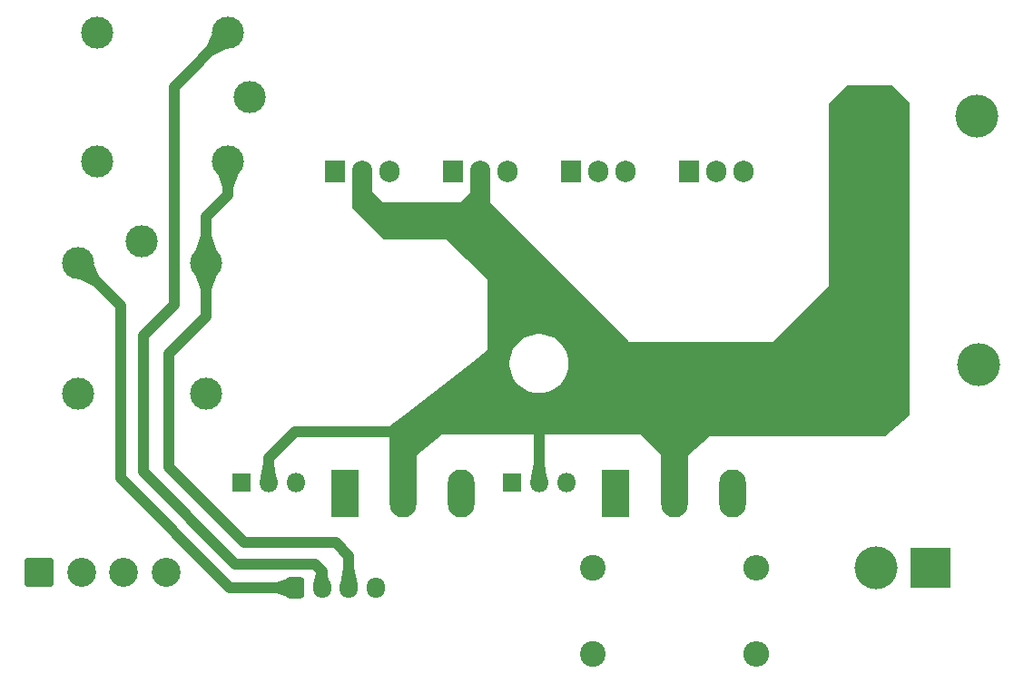
<source format=gbr>
%TF.GenerationSoftware,KiCad,Pcbnew,8.0.7-8.0.7-0~ubuntu22.04.1*%
%TF.CreationDate,2024-12-28T20:23:49+00:00*%
%TF.ProjectId,pcb_power,7063625f-706f-4776-9572-2e6b69636164,1.0.0*%
%TF.SameCoordinates,Original*%
%TF.FileFunction,Copper,L1,Top*%
%TF.FilePolarity,Positive*%
%FSLAX46Y46*%
G04 Gerber Fmt 4.6, Leading zero omitted, Abs format (unit mm)*
G04 Created by KiCad (PCBNEW 8.0.7-8.0.7-0~ubuntu22.04.1) date 2024-12-28 20:23:49*
%MOMM*%
%LPD*%
G01*
G04 APERTURE LIST*
G04 Aperture macros list*
%AMRoundRect*
0 Rectangle with rounded corners*
0 $1 Rounding radius*
0 $2 $3 $4 $5 $6 $7 $8 $9 X,Y pos of 4 corners*
0 Add a 4 corners polygon primitive as box body*
4,1,4,$2,$3,$4,$5,$6,$7,$8,$9,$2,$3,0*
0 Add four circle primitives for the rounded corners*
1,1,$1+$1,$2,$3*
1,1,$1+$1,$4,$5*
1,1,$1+$1,$6,$7*
1,1,$1+$1,$8,$9*
0 Add four rect primitives between the rounded corners*
20,1,$1+$1,$2,$3,$4,$5,0*
20,1,$1+$1,$4,$5,$6,$7,0*
20,1,$1+$1,$6,$7,$8,$9,0*
20,1,$1+$1,$8,$9,$2,$3,0*%
G04 Aperture macros list end*
%TA.AperFunction,ComponentPad*%
%ADD10C,2.400000*%
%TD*%
%TA.AperFunction,ComponentPad*%
%ADD11O,2.400000X2.400000*%
%TD*%
%TA.AperFunction,ComponentPad*%
%ADD12R,4.000000X4.000000*%
%TD*%
%TA.AperFunction,ComponentPad*%
%ADD13C,4.000000*%
%TD*%
%TA.AperFunction,ComponentPad*%
%ADD14C,3.000000*%
%TD*%
%TA.AperFunction,ComponentPad*%
%ADD15RoundRect,0.250000X-0.600000X-0.725000X0.600000X-0.725000X0.600000X0.725000X-0.600000X0.725000X0*%
%TD*%
%TA.AperFunction,ComponentPad*%
%ADD16O,1.700000X1.950000*%
%TD*%
%TA.AperFunction,ComponentPad*%
%ADD17R,3.800000X3.800000*%
%TD*%
%TA.AperFunction,ComponentPad*%
%ADD18RoundRect,0.250001X-1.099999X-1.099999X1.099999X-1.099999X1.099999X1.099999X-1.099999X1.099999X0*%
%TD*%
%TA.AperFunction,ComponentPad*%
%ADD19C,2.700000*%
%TD*%
%TA.AperFunction,ComponentPad*%
%ADD20R,1.905000X2.000000*%
%TD*%
%TA.AperFunction,ComponentPad*%
%ADD21O,1.905000X2.000000*%
%TD*%
%TA.AperFunction,ComponentPad*%
%ADD22R,1.800000X1.800000*%
%TD*%
%TA.AperFunction,ComponentPad*%
%ADD23O,1.800000X1.800000*%
%TD*%
%TA.AperFunction,ComponentPad*%
%ADD24R,2.500000X4.500000*%
%TD*%
%TA.AperFunction,ComponentPad*%
%ADD25O,2.500000X4.500000*%
%TD*%
%TA.AperFunction,Conductor*%
%ADD26C,1.000000*%
%TD*%
G04 APERTURE END LIST*
D10*
%TO.P,R40,1*%
%TO.N,/Series pass transistors/pwr_e1*%
X112080000Y-90500000D03*
D11*
%TO.P,R40,2*%
%TO.N,/Series pass transistors/emitter*%
X127320000Y-90500000D03*
%TD*%
D12*
%TO.P,C31,1*%
%TO.N,/Rectifier/+DC*%
X137842169Y-40300000D03*
D13*
%TO.P,C31,2*%
%TO.N,/Rectifier/-DC*%
X147842169Y-40300000D03*
%TD*%
D14*
%TO.P,K20,11*%
%TO.N,/Rectifier/AC2*%
X80050000Y-38500000D03*
%TO.P,K20,12*%
%TO.N,Net-(K20-Pad12)*%
X65850000Y-44500000D03*
%TO.P,K20,14*%
%TO.N,/Tab selector/30V_AC*%
X65850000Y-32500000D03*
%TO.P,K20,A1*%
%TO.N,/Tab selector/relay_2*%
X78050000Y-32500000D03*
%TO.P,K20,A2*%
%TO.N,/Tab selector/relay_VCC*%
X78050000Y-44500000D03*
%TD*%
%TO.P,K21,11*%
%TO.N,Net-(K20-Pad12)*%
X70000000Y-52000000D03*
%TO.P,K21,12*%
%TO.N,/Tab selector/10V_AC*%
X76000000Y-66200000D03*
%TO.P,K21,14*%
%TO.N,/Tab selector/20V_AC*%
X64000000Y-66200000D03*
%TO.P,K21,A1*%
%TO.N,/Tab selector/relay_1*%
X64000000Y-54000000D03*
%TO.P,K21,A2*%
%TO.N,/Tab selector/relay_VCC*%
X76000000Y-54000000D03*
%TD*%
D15*
%TO.P,J10,1,Pin_1*%
%TO.N,/Tab selector/relay_1*%
X84300000Y-84300000D03*
D16*
%TO.P,J10,2,Pin_2*%
%TO.N,/Tab selector/relay_2*%
X86800000Y-84300000D03*
%TO.P,J10,3,Pin_3*%
%TO.N,/Tab selector/relay_VCC*%
X89300000Y-84300000D03*
%TO.P,J10,4,Pin_4*%
%TO.N,/Series pass transistors/base*%
X91800000Y-84300000D03*
%TD*%
D17*
%TO.P,J12,1,Pin_1*%
%TO.N,/Rectifier/-DC*%
X143500000Y-82500000D03*
D13*
%TO.P,J12,2,Pin_2*%
%TO.N,/Series pass transistors/emitter*%
X138500000Y-82500000D03*
%TD*%
D12*
%TO.P,C30,1*%
%TO.N,/Rectifier/+DC*%
X138000000Y-63500000D03*
D13*
%TO.P,C30,2*%
%TO.N,/Rectifier/-DC*%
X148000000Y-63500000D03*
%TD*%
D10*
%TO.P,R41,1*%
%TO.N,/Series pass transistors/pwr_e2*%
X112080000Y-82500000D03*
D11*
%TO.P,R41,2*%
%TO.N,/Series pass transistors/emitter*%
X127320000Y-82500000D03*
%TD*%
D18*
%TO.P,J11,1,Pin_1*%
%TO.N,/Tab selector/30V_AC*%
X60382500Y-82850000D03*
D19*
%TO.P,J11,2,Pin_2*%
%TO.N,/Tab selector/20V_AC*%
X64342500Y-82850000D03*
%TO.P,J11,3,Pin_3*%
%TO.N,/Tab selector/10V_AC*%
X68302500Y-82850000D03*
%TO.P,J11,4,Pin_4*%
%TO.N,/Rectifier/AC1*%
X72262500Y-82850000D03*
%TD*%
D20*
%TO.P,D30,1,K*%
%TO.N,/Rectifier/AC1*%
X99000000Y-45500000D03*
D21*
%TO.P,D30,2,A*%
%TO.N,/Rectifier/+DC*%
X101540000Y-45500000D03*
%TO.P,D30,3,K*%
%TO.N,/Rectifier/AC1*%
X104080000Y-45500000D03*
%TD*%
D20*
%TO.P,D32,1,K*%
%TO.N,/Rectifier/AC2*%
X88000000Y-45500000D03*
D21*
%TO.P,D32,2,A*%
%TO.N,/Rectifier/+DC*%
X90540000Y-45500000D03*
%TO.P,D32,3,K*%
%TO.N,/Rectifier/AC2*%
X93080000Y-45500000D03*
%TD*%
D22*
%TO.P,Q43,1,E*%
%TO.N,/Series pass transistors/pwr_eb2*%
X104500000Y-74500000D03*
D23*
%TO.P,Q43,2,C*%
%TO.N,/Rectifier/+DC*%
X107040000Y-74500000D03*
%TO.P,Q43,3,B*%
%TO.N,/Series pass transistors/base*%
X109580000Y-74500000D03*
%TD*%
D24*
%TO.P,Q42,1,B*%
%TO.N,/Series pass transistors/pwr_eb2*%
X114200000Y-75500000D03*
D25*
%TO.P,Q42,2,C*%
%TO.N,/Rectifier/+DC*%
X119650000Y-75500000D03*
%TO.P,Q42,3,E*%
%TO.N,/Series pass transistors/pwr_e2*%
X125100000Y-75500000D03*
%TD*%
D20*
%TO.P,D31,1,K*%
%TO.N,/Rectifier/-DC*%
X110000000Y-45500000D03*
D21*
%TO.P,D31,2,A*%
%TO.N,/Rectifier/AC1*%
X112540000Y-45500000D03*
%TO.P,D31,3,K*%
%TO.N,/Rectifier/-DC*%
X115080000Y-45500000D03*
%TD*%
D24*
%TO.P,Q40,1,B*%
%TO.N,/Series pass transistors/pwr_eb1*%
X88900000Y-75500000D03*
D25*
%TO.P,Q40,2,C*%
%TO.N,/Rectifier/+DC*%
X94350000Y-75500000D03*
%TO.P,Q40,3,E*%
%TO.N,/Series pass transistors/pwr_e1*%
X99800000Y-75500000D03*
%TD*%
D20*
%TO.P,D33,1,K*%
%TO.N,/Rectifier/-DC*%
X121000000Y-45500000D03*
D21*
%TO.P,D33,2,A*%
%TO.N,/Rectifier/AC2*%
X123540000Y-45500000D03*
%TO.P,D33,3,K*%
%TO.N,/Rectifier/-DC*%
X126080000Y-45500000D03*
%TD*%
D22*
%TO.P,Q41,1,E*%
%TO.N,/Series pass transistors/pwr_eb1*%
X79250000Y-74500000D03*
D23*
%TO.P,Q41,2,C*%
%TO.N,/Rectifier/+DC*%
X81790000Y-74500000D03*
%TO.P,Q41,3,B*%
%TO.N,/Series pass transistors/base*%
X84330000Y-74500000D03*
%TD*%
D26*
%TO.N,/Rectifier/+DC*%
X107040000Y-74500000D02*
X107040000Y-69040000D01*
X84250000Y-69750000D02*
X93500000Y-69750000D01*
X81790000Y-72210000D02*
X84250000Y-69750000D01*
X81790000Y-74500000D02*
X81790000Y-72210000D01*
%TO.N,/Tab selector/relay_VCC*%
X78050000Y-44500000D02*
X78050000Y-47650000D01*
X72500000Y-62500000D02*
X76000000Y-59000000D01*
X76000000Y-59000000D02*
X76000000Y-54000000D01*
X72500000Y-73100000D02*
X72500000Y-62500000D01*
X76000000Y-49700000D02*
X76000000Y-54000000D01*
X89300000Y-81325000D02*
X88075000Y-80100000D01*
X89300000Y-84300000D02*
X89300000Y-81325000D01*
X78050000Y-47650000D02*
X76000000Y-49700000D01*
X79500000Y-80100000D02*
X72500000Y-73100000D01*
X88075000Y-80100000D02*
X79500000Y-80100000D01*
%TO.N,/Tab selector/relay_2*%
X86800000Y-82800000D02*
X86100000Y-82100000D01*
X73000000Y-57900000D02*
X73000000Y-37550000D01*
X86100000Y-82100000D02*
X78700000Y-82100000D01*
X70100000Y-60800000D02*
X73000000Y-57900000D01*
X70100000Y-73500000D02*
X70100000Y-60800000D01*
X73000000Y-37550000D02*
X78050000Y-32500000D01*
X78700000Y-82100000D02*
X70100000Y-73500000D01*
X86800000Y-84300000D02*
X86800000Y-82800000D01*
%TO.N,/Tab selector/relay_1*%
X68000000Y-74100000D02*
X68000000Y-58000000D01*
X68000000Y-58000000D02*
X64000000Y-54000000D01*
X84300000Y-84300000D02*
X78200000Y-84300000D01*
X78200000Y-84300000D02*
X68000000Y-74100000D01*
%TD*%
%TA.AperFunction,Conductor*%
%TO.N,/Rectifier/+DC*%
G36*
X107538401Y-72703427D02*
G01*
X107541661Y-72709731D01*
X107758763Y-73981482D01*
X107756777Y-73990214D01*
X107754013Y-73992984D01*
X107046783Y-74496173D01*
X107038055Y-74498177D01*
X107033217Y-74496173D01*
X106325986Y-73992984D01*
X106321232Y-73985396D01*
X106321236Y-73981482D01*
X106538339Y-72709731D01*
X106543109Y-72702153D01*
X106549872Y-72700000D01*
X107530128Y-72700000D01*
X107538401Y-72703427D01*
G37*
%TD.AperFunction*%
%TD*%
%TA.AperFunction,Conductor*%
%TO.N,/Rectifier/+DC*%
G36*
X82288401Y-72703427D02*
G01*
X82291661Y-72709731D01*
X82508763Y-73981482D01*
X82506777Y-73990214D01*
X82504013Y-73992984D01*
X81796783Y-74496173D01*
X81788055Y-74498177D01*
X81783217Y-74496173D01*
X81075986Y-73992984D01*
X81071232Y-73985396D01*
X81071236Y-73981482D01*
X81288339Y-72709731D01*
X81293109Y-72702153D01*
X81299872Y-72700000D01*
X82280128Y-72700000D01*
X82288401Y-72703427D01*
G37*
%TD.AperFunction*%
%TD*%
%TA.AperFunction,Conductor*%
%TO.N,/Rectifier/+DC*%
G36*
X139915677Y-37419685D02*
G01*
X139936319Y-37436319D01*
X141563681Y-39063681D01*
X141597166Y-39125004D01*
X141600000Y-39151362D01*
X141600000Y-68142703D01*
X141580315Y-68209742D01*
X141556367Y-68237134D01*
X139284744Y-70170431D01*
X139220933Y-70198890D01*
X139204377Y-70200000D01*
X122950000Y-70200000D01*
X120900002Y-71999998D01*
X120900000Y-72000000D01*
X120900000Y-75376000D01*
X120880315Y-75443039D01*
X120827511Y-75488794D01*
X120776000Y-75500000D01*
X118524000Y-75500000D01*
X118456961Y-75480315D01*
X118411206Y-75427511D01*
X118400000Y-75376000D01*
X118400000Y-71999999D01*
X118399999Y-71999998D01*
X116500000Y-70050000D01*
X98000000Y-70050000D01*
X95650000Y-72000000D01*
X95601803Y-75470168D01*
X95581189Y-75536928D01*
X95527755Y-75581945D01*
X95470388Y-75592223D01*
X93216573Y-75456994D01*
X93150833Y-75433330D01*
X93108323Y-75377880D01*
X93100000Y-75333217D01*
X93100000Y-69310733D01*
X93119685Y-69243694D01*
X93147983Y-69212767D01*
X94453169Y-68200000D01*
X100439727Y-63554693D01*
X104285500Y-63554693D01*
X104320138Y-63862110D01*
X104320140Y-63862126D01*
X104388982Y-64163744D01*
X104388986Y-64163756D01*
X104491165Y-64455765D01*
X104625397Y-64734500D01*
X104625399Y-64734503D01*
X104789998Y-64996462D01*
X104982893Y-65238344D01*
X105201656Y-65457107D01*
X105443538Y-65650002D01*
X105705497Y-65814601D01*
X105984238Y-65948836D01*
X106203552Y-66025577D01*
X106276243Y-66051013D01*
X106276255Y-66051017D01*
X106577877Y-66119860D01*
X106885306Y-66154499D01*
X106885307Y-66154500D01*
X106885311Y-66154500D01*
X107194693Y-66154500D01*
X107194693Y-66154499D01*
X107502123Y-66119860D01*
X107803745Y-66051017D01*
X108095762Y-65948836D01*
X108374503Y-65814601D01*
X108636462Y-65650002D01*
X108878344Y-65457107D01*
X109097107Y-65238344D01*
X109290002Y-64996462D01*
X109454601Y-64734503D01*
X109588836Y-64455762D01*
X109691017Y-64163745D01*
X109759860Y-63862123D01*
X109794500Y-63554689D01*
X109794500Y-63245311D01*
X109759860Y-62937877D01*
X109691017Y-62636255D01*
X109588836Y-62344238D01*
X109454601Y-62065497D01*
X109290002Y-61803538D01*
X109097107Y-61561656D01*
X108878344Y-61342893D01*
X108636462Y-61149998D01*
X108374503Y-60985399D01*
X108374500Y-60985397D01*
X108095765Y-60851165D01*
X107803756Y-60748986D01*
X107803744Y-60748982D01*
X107502126Y-60680140D01*
X107502110Y-60680138D01*
X107194693Y-60645500D01*
X107194689Y-60645500D01*
X106885311Y-60645500D01*
X106885307Y-60645500D01*
X106577889Y-60680138D01*
X106577873Y-60680140D01*
X106276255Y-60748982D01*
X106276243Y-60748986D01*
X105984234Y-60851165D01*
X105705499Y-60985397D01*
X105443539Y-61149997D01*
X105201656Y-61342892D01*
X104982892Y-61561656D01*
X104789997Y-61803539D01*
X104625397Y-62065499D01*
X104491165Y-62344234D01*
X104388986Y-62636243D01*
X104388982Y-62636255D01*
X104320140Y-62937873D01*
X104320138Y-62937889D01*
X104285500Y-63245306D01*
X104285500Y-63554693D01*
X100439727Y-63554693D01*
X102250000Y-62150000D01*
X102200000Y-55550000D01*
X102199998Y-55549998D01*
X102199998Y-55549997D01*
X98300002Y-51850001D01*
X98300000Y-51850000D01*
X98299999Y-51850000D01*
X92700764Y-51850000D01*
X92633725Y-51830315D01*
X92613810Y-51814403D01*
X89637046Y-48886438D01*
X89603056Y-48825394D01*
X89600000Y-48798035D01*
X89600000Y-45624000D01*
X89619685Y-45556961D01*
X89672489Y-45511206D01*
X89724000Y-45500000D01*
X91376000Y-45500000D01*
X91443039Y-45519685D01*
X91488794Y-45572489D01*
X91500000Y-45624000D01*
X91500000Y-47450000D01*
X92449999Y-48350000D01*
X92450000Y-48350000D01*
X99700000Y-48350000D01*
X100600000Y-47450000D01*
X100600000Y-45624000D01*
X100619685Y-45556961D01*
X100672489Y-45511206D01*
X100724000Y-45500000D01*
X102376000Y-45500000D01*
X102443039Y-45519685D01*
X102488794Y-45572489D01*
X102500000Y-45624000D01*
X102500000Y-48350000D01*
X115400000Y-61400000D01*
X115400000Y-61399999D01*
X115400001Y-61400000D01*
X122150000Y-61375000D01*
X128900000Y-61350000D01*
X134100000Y-56100000D01*
X134100000Y-39151362D01*
X134119685Y-39084323D01*
X134136319Y-39063681D01*
X135763681Y-37436319D01*
X135825004Y-37402834D01*
X135851362Y-37400000D01*
X139848638Y-37400000D01*
X139915677Y-37419685D01*
G37*
%TD.AperFunction*%
%TD*%
%TA.AperFunction,Conductor*%
%TO.N,/Tab selector/relay_1*%
G36*
X65481239Y-54073702D02*
G01*
X65489328Y-54077539D01*
X65491250Y-54080435D01*
X66104791Y-55393727D01*
X66105188Y-55402673D01*
X66102464Y-55406952D01*
X65406952Y-56102464D01*
X65398679Y-56105891D01*
X65393727Y-56104791D01*
X64080435Y-55491250D01*
X64074390Y-55484644D01*
X64073703Y-55481242D01*
X63999941Y-54012211D01*
X64002948Y-54003778D01*
X64011039Y-53999941D01*
X64012199Y-53999941D01*
X65481239Y-54073702D01*
G37*
%TD.AperFunction*%
%TD*%
%TA.AperFunction,Conductor*%
%TO.N,/Tab selector/relay_1*%
G36*
X83490266Y-83453037D02*
G01*
X83494056Y-83455680D01*
X83798282Y-83773997D01*
X84293273Y-84291916D01*
X84296512Y-84300265D01*
X84293273Y-84308084D01*
X83494058Y-85144317D01*
X83485865Y-85147930D01*
X83481312Y-85147119D01*
X82607412Y-84802919D01*
X82600971Y-84796699D01*
X82600000Y-84792033D01*
X82600000Y-83807966D01*
X82603427Y-83799693D01*
X82607409Y-83797081D01*
X83481314Y-83452880D01*
X83490266Y-83453037D01*
G37*
%TD.AperFunction*%
%TD*%
%TA.AperFunction,Conductor*%
%TO.N,/Tab selector/relay_VCC*%
G36*
X78057885Y-44507716D02*
G01*
X78058637Y-44508468D01*
X78577754Y-45077526D01*
X79045265Y-45590013D01*
X79048309Y-45598434D01*
X79047644Y-45601821D01*
X78552768Y-46992223D01*
X78546765Y-46998868D01*
X78541745Y-47000000D01*
X77558255Y-47000000D01*
X77549982Y-46996573D01*
X77547232Y-46992223D01*
X77532279Y-46950213D01*
X77052355Y-45601819D01*
X77052810Y-45592878D01*
X77054732Y-45590015D01*
X78041356Y-44508474D01*
X78049464Y-44504672D01*
X78057885Y-44507716D01*
G37*
%TD.AperFunction*%
%TD*%
%TA.AperFunction,Conductor*%
%TO.N,/Tab selector/relay_2*%
G36*
X78046221Y-32502948D02*
G01*
X78050058Y-32511039D01*
X78050058Y-32512213D01*
X77976296Y-33981237D01*
X77972459Y-33989328D01*
X77969563Y-33991250D01*
X76656272Y-34604791D01*
X76647326Y-34605188D01*
X76643047Y-34602464D01*
X75947535Y-33906952D01*
X75944108Y-33898679D01*
X75945208Y-33893727D01*
X76558749Y-32580434D01*
X76565354Y-32574391D01*
X76568754Y-32573704D01*
X78037787Y-32499941D01*
X78046221Y-32502948D01*
G37*
%TD.AperFunction*%
%TD*%
%TA.AperFunction,Conductor*%
%TO.N,/Tab selector/relay_VCC*%
G36*
X89798866Y-82494760D02*
G01*
X89802020Y-82500521D01*
X90131440Y-83999044D01*
X90129869Y-84007860D01*
X90123879Y-84012599D01*
X89303866Y-84299646D01*
X89296134Y-84299646D01*
X88476120Y-84012599D01*
X88469444Y-84006631D01*
X88468559Y-83999045D01*
X88797980Y-82500520D01*
X88803103Y-82493177D01*
X88809407Y-82491333D01*
X89790593Y-82491333D01*
X89798866Y-82494760D01*
G37*
%TD.AperFunction*%
%TD*%
%TA.AperFunction,Conductor*%
%TO.N,/Tab selector/relay_VCC*%
G36*
X76500018Y-51503427D02*
G01*
X76502768Y-51507777D01*
X76997644Y-52898178D01*
X76997189Y-52907121D01*
X76995265Y-52909986D01*
X76008644Y-53991524D01*
X76000536Y-53995327D01*
X75992115Y-53992283D01*
X75991356Y-53991524D01*
X75004734Y-52909986D01*
X75001690Y-52901565D01*
X75002353Y-52898183D01*
X75497232Y-51507777D01*
X75503235Y-51501132D01*
X75508255Y-51500000D01*
X76491745Y-51500000D01*
X76500018Y-51503427D01*
G37*
%TD.AperFunction*%
%TD*%
%TA.AperFunction,Conductor*%
%TO.N,/Tab selector/relay_2*%
G36*
X86939190Y-82240834D02*
G01*
X86941812Y-82244841D01*
X87610383Y-83952377D01*
X87610208Y-83961330D01*
X87603972Y-83967450D01*
X86804832Y-84298995D01*
X86796489Y-84299233D01*
X85976356Y-84012675D01*
X85969676Y-84006711D01*
X85968848Y-83998858D01*
X86227411Y-82938472D01*
X86230502Y-82932976D01*
X86922645Y-82240833D01*
X86930917Y-82237407D01*
X86939190Y-82240834D01*
G37*
%TD.AperFunction*%
%TD*%
%TA.AperFunction,Conductor*%
%TO.N,/Tab selector/relay_VCC*%
G36*
X76007885Y-54007716D02*
G01*
X76008637Y-54008468D01*
X76527754Y-54577526D01*
X76995265Y-55090013D01*
X76998309Y-55098434D01*
X76997644Y-55101821D01*
X76502768Y-56492223D01*
X76496765Y-56498868D01*
X76491745Y-56500000D01*
X75508255Y-56500000D01*
X75499982Y-56496573D01*
X75497232Y-56492223D01*
X75482279Y-56450213D01*
X75002355Y-55101819D01*
X75002810Y-55092878D01*
X75004732Y-55090015D01*
X75991356Y-54008474D01*
X75999464Y-54004672D01*
X76007885Y-54007716D01*
G37*
%TD.AperFunction*%
%TD*%
M02*

</source>
